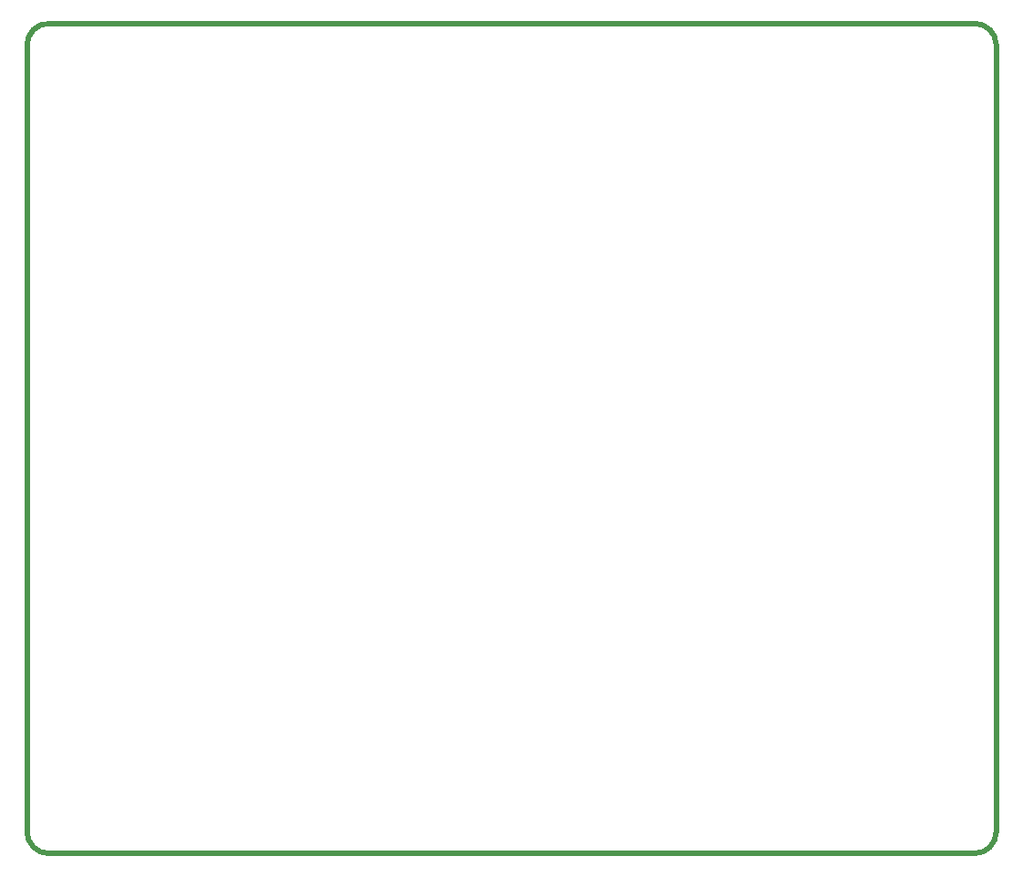
<source format=gm1>
G04*
G04 #@! TF.GenerationSoftware,Altium Limited,Altium Designer,23.4.1 (23)*
G04*
G04 Layer_Color=16711935*
%FSLAX44Y44*%
%MOMM*%
G71*
G04*
G04 #@! TF.SameCoordinates,23056885-4623-4C4A-AB4B-1A291C1D203A*
G04*
G04*
G04 #@! TF.FilePolarity,Positive*
G04*
G01*
G75*
%ADD14C,0.5000*%
D14*
X900000Y750000D02*
G03*
X880000Y770000I-20000J0D01*
G01*
Y0D02*
G03*
X900000Y20000I0J20000D01*
G01*
X0Y20000D02*
G03*
X20000Y0I20000J0D01*
G01*
Y770000D02*
G03*
X-0Y750000I0J-20000D01*
G01*
X20000Y0D02*
X880000D01*
X900000Y750000D02*
X900000Y20000D01*
X20000Y770000D02*
X880000D01*
X-0Y750000D02*
X0Y20000D01*
M02*

</source>
